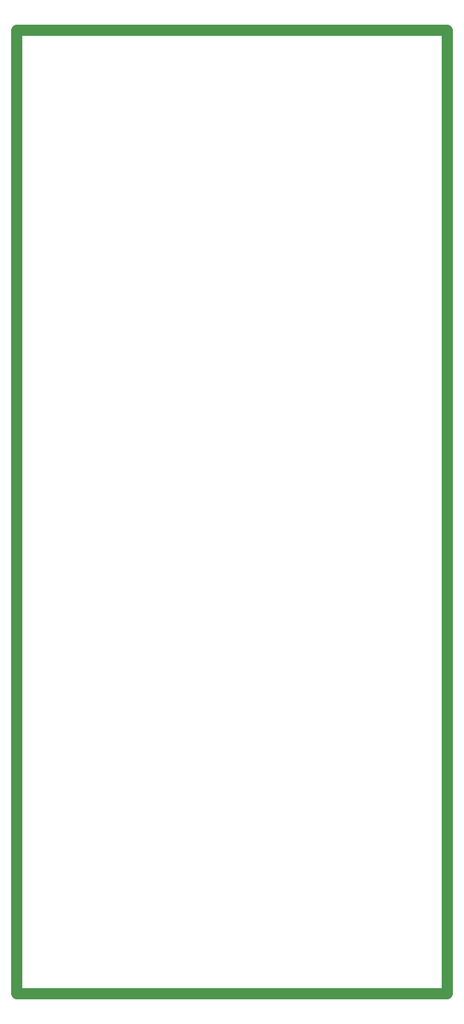
<source format=gbr>
%TF.GenerationSoftware,Altium Limited,Altium Designer,22.11.1 (43)*%
G04 Layer_Color=16711935*
%FSLAX45Y45*%
%MOMM*%
%TF.SameCoordinates,ABC14B17-DAD6-4B0F-8560-1018B917A27C*%
%TF.FilePolarity,Positive*%
%TF.FileFunction,Other,Mechanical_1*%
%TF.Part,Single*%
G01*
G75*
%TA.AperFunction,NonConductor*%
%ADD24C,1.20000*%
D24*
X7607300Y63500D02*
Y10312400D01*
X12192000D01*
Y63500D02*
Y10312400D01*
X7607300Y63500D02*
X12192000D01*
%TF.MD5,e63de15b8067c539e128163ef86f97cb*%
M02*

</source>
